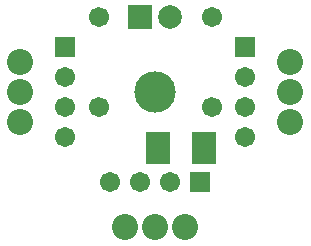
<source format=gbr>
G04 CAM Products 2000  RS274-X Output*
G04 Serial Number: 0000-00-00000*
G04 File Name:ir_sensor_top_mask.gbr *
%FSLAX34Y34*%
%MOIN*%
%SFA1B1*%

%IPPOS*%
%ADD10C,0.005500*%
%ADD11C,0.006000*%
%ADD13C,0.013000*%
%ADD14C,0.025000*%
%ADD15R,0.074800X0.100000*%
%ADD16R,0.059100X0.059100*%
%ADD17C,0.059100*%
%ADD18R,0.070900X0.070900*%
%ADD19C,0.070900*%
%ADD20C,0.059000*%
%ADD21C,0.078700*%
%ADD22C,0.138000*%
%ADD28C,0.086700*%
%ADD29C,0.067000*%
%ADD32R,0.078900X0.078900*%
%ADD34C,0.067100*%
%ADD36R,0.067100X0.067100*%
%ADD38R,0.082800X0.108000*%
%ADD41C,0.007700*%
%ADD500C,0.035000*%
%ADD501C,0.039400*%
%ADD502C,0.047200*%
%ADD503C,0.138000*%
%LNir_sensor_top_mask-1*%
%LPD*%
G54D38*
X9815Y6440D03*
X8280D03*
G54D36*
X5190Y9815D03*
G54D34*
X5190Y8815D03*
Y7815D03*
Y6815D03*
G54D36*
X9690Y5315D03*
G54D34*
X8690Y5315D03*
X7690D03*
X6690D03*
G54D36*
X11190Y9815D03*
G54D34*
X11190Y8815D03*
Y7815D03*
Y6815D03*
G54D32*
X7690Y10815D03*
G54D21*
X8690Y10815D03*
G54D22*
X8190Y8315D03*
G54D29*
X10060Y7815D03*
G54D34*
X10060Y10815D03*
G54D29*
X6320Y10815D03*
Y7815D03*
G54D28*
X12690Y7315D03*
Y8315D03*
Y9315D03*
X7190Y3815D03*
X8190D03*
X9190D03*
X3690Y9315D03*
Y8315D03*
Y7315D03*
M02*
</source>
